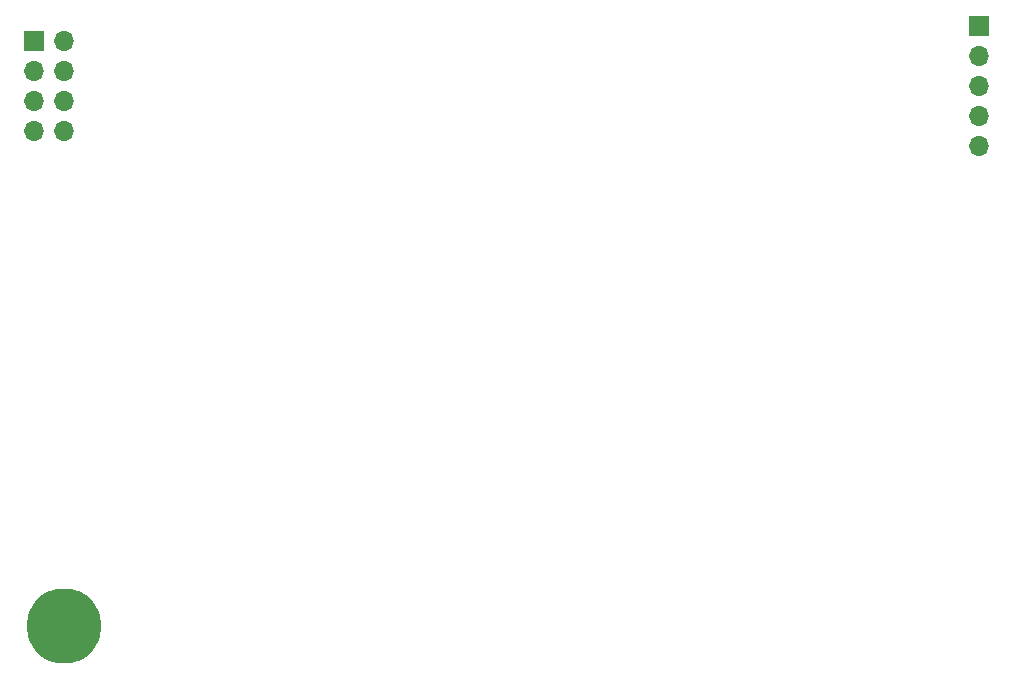
<source format=gbr>
%TF.GenerationSoftware,KiCad,Pcbnew,8.0.4-8.0.4-0~ubuntu22.04.1*%
%TF.CreationDate,2024-08-07T19:55:21+03:00*%
%TF.ProjectId,main,6d61696e-2e6b-4696-9361-645f70636258,rev?*%
%TF.SameCoordinates,Original*%
%TF.FileFunction,Copper,L2,Bot*%
%TF.FilePolarity,Positive*%
%FSLAX46Y46*%
G04 Gerber Fmt 4.6, Leading zero omitted, Abs format (unit mm)*
G04 Created by KiCad (PCBNEW 8.0.4-8.0.4-0~ubuntu22.04.1) date 2024-08-07 19:55:21*
%MOMM*%
%LPD*%
G01*
G04 APERTURE LIST*
%TA.AperFunction,ComponentPad*%
%ADD10R,1.700000X1.700000*%
%TD*%
%TA.AperFunction,ComponentPad*%
%ADD11O,1.700000X1.700000*%
%TD*%
%TA.AperFunction,ComponentPad*%
%ADD12O,6.350000X6.350000*%
%TD*%
G04 APERTURE END LIST*
D10*
%TO.P,J1,1,1*%
%TO.N,unconnected-(J1-Pad1)*%
X40640000Y-96520000D03*
D11*
%TO.P,J1,2,2*%
%TO.N,unconnected-(J1-Pad2)*%
X43180000Y-96520000D03*
%TO.P,J1,3,3*%
%TO.N,unconnected-(J1-Pad3)*%
X40640000Y-99060000D03*
%TO.P,J1,4,4*%
%TO.N,unconnected-(J1-Pad4)*%
X43180000Y-99060000D03*
%TO.P,J1,5,5*%
%TO.N,unconnected-(J1-Pad5)*%
X40640000Y-101600000D03*
%TO.P,J1,6,6*%
%TO.N,unconnected-(J1-Pad6)*%
X43180000Y-101600000D03*
%TO.P,J1,7,7*%
%TO.N,GND*%
X40640000Y-104140000D03*
%TO.P,J1,8,8*%
X43180000Y-104140000D03*
%TD*%
D10*
%TO.P,J2,1,Pin_1*%
%TO.N,/SDA*%
X120650000Y-95250000D03*
D11*
%TO.P,J2,2,Pin_2*%
%TO.N,/SCL*%
X120650000Y-97790000D03*
%TO.P,J2,3,Pin_3*%
%TO.N,+5V*%
X120650000Y-100330000D03*
%TO.P,J2,4,Pin_4*%
%TO.N,+3.3V*%
X120650000Y-102870000D03*
%TO.P,J2,5,Pin_5*%
%TO.N,GND*%
X120650000Y-105410000D03*
%TD*%
D12*
%TO.P,PE1,1*%
%TO.N,unconnected-(PE1-Pad1)*%
X43180000Y-146050000D03*
%TD*%
M02*

</source>
